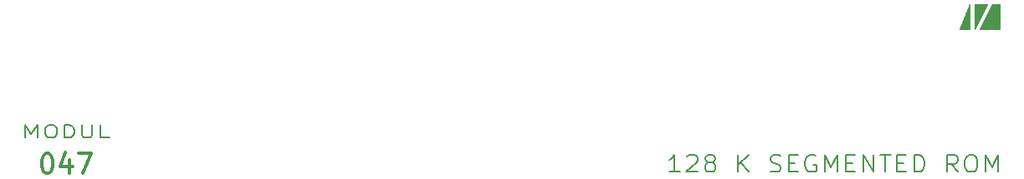
<source format=gbr>
%TF.GenerationSoftware,KiCad,Pcbnew,(5.1.8-0-10_14)*%
%TF.CreationDate,2020-12-08T20:03:48+01:00*%
%TF.ProjectId,Blende,426c656e-6465-42e6-9b69-6361645f7063,rev?*%
%TF.SameCoordinates,Original*%
%TF.FileFunction,Legend,Top*%
%TF.FilePolarity,Positive*%
%FSLAX46Y46*%
G04 Gerber Fmt 4.6, Leading zero omitted, Abs format (unit mm)*
G04 Created by KiCad (PCBNEW (5.1.8-0-10_14)) date 2020-12-08 20:03:48*
%MOMM*%
%LPD*%
G01*
G04 APERTURE LIST*
%ADD10C,0.200000*%
%ADD11C,0.100000*%
%ADD12C,0.300000*%
G04 APERTURE END LIST*
D10*
X129934857Y-70365047D02*
X128849142Y-70365047D01*
X129392000Y-70365047D02*
X129392000Y-68665047D01*
X129211047Y-68907904D01*
X129030095Y-69069809D01*
X128849142Y-69150761D01*
X130658666Y-68826952D02*
X130749142Y-68746000D01*
X130930095Y-68665047D01*
X131382476Y-68665047D01*
X131563428Y-68746000D01*
X131653904Y-68826952D01*
X131744380Y-68988857D01*
X131744380Y-69150761D01*
X131653904Y-69393619D01*
X130568190Y-70365047D01*
X131744380Y-70365047D01*
X132830095Y-69393619D02*
X132649142Y-69312666D01*
X132558666Y-69231714D01*
X132468190Y-69069809D01*
X132468190Y-68988857D01*
X132558666Y-68826952D01*
X132649142Y-68746000D01*
X132830095Y-68665047D01*
X133192000Y-68665047D01*
X133372952Y-68746000D01*
X133463428Y-68826952D01*
X133553904Y-68988857D01*
X133553904Y-69069809D01*
X133463428Y-69231714D01*
X133372952Y-69312666D01*
X133192000Y-69393619D01*
X132830095Y-69393619D01*
X132649142Y-69474571D01*
X132558666Y-69555523D01*
X132468190Y-69717428D01*
X132468190Y-70041238D01*
X132558666Y-70203142D01*
X132649142Y-70284095D01*
X132830095Y-70365047D01*
X133192000Y-70365047D01*
X133372952Y-70284095D01*
X133463428Y-70203142D01*
X133553904Y-70041238D01*
X133553904Y-69717428D01*
X133463428Y-69555523D01*
X133372952Y-69474571D01*
X133192000Y-69393619D01*
X135815809Y-70365047D02*
X135815809Y-68665047D01*
X136901523Y-70365047D02*
X136087238Y-69393619D01*
X136901523Y-68665047D02*
X135815809Y-69636476D01*
X139072952Y-70284095D02*
X139344380Y-70365047D01*
X139796761Y-70365047D01*
X139977714Y-70284095D01*
X140068190Y-70203142D01*
X140158666Y-70041238D01*
X140158666Y-69879333D01*
X140068190Y-69717428D01*
X139977714Y-69636476D01*
X139796761Y-69555523D01*
X139434857Y-69474571D01*
X139253904Y-69393619D01*
X139163428Y-69312666D01*
X139072952Y-69150761D01*
X139072952Y-68988857D01*
X139163428Y-68826952D01*
X139253904Y-68746000D01*
X139434857Y-68665047D01*
X139887238Y-68665047D01*
X140158666Y-68746000D01*
X140972952Y-69474571D02*
X141606285Y-69474571D01*
X141877714Y-70365047D02*
X140972952Y-70365047D01*
X140972952Y-68665047D01*
X141877714Y-68665047D01*
X143687238Y-68746000D02*
X143506285Y-68665047D01*
X143234857Y-68665047D01*
X142963428Y-68746000D01*
X142782476Y-68907904D01*
X142692000Y-69069809D01*
X142601523Y-69393619D01*
X142601523Y-69636476D01*
X142692000Y-69960285D01*
X142782476Y-70122190D01*
X142963428Y-70284095D01*
X143234857Y-70365047D01*
X143415809Y-70365047D01*
X143687238Y-70284095D01*
X143777714Y-70203142D01*
X143777714Y-69636476D01*
X143415809Y-69636476D01*
X144592000Y-70365047D02*
X144592000Y-68665047D01*
X145225333Y-69879333D01*
X145858666Y-68665047D01*
X145858666Y-70365047D01*
X146763428Y-69474571D02*
X147396761Y-69474571D01*
X147668190Y-70365047D02*
X146763428Y-70365047D01*
X146763428Y-68665047D01*
X147668190Y-68665047D01*
X148482476Y-70365047D02*
X148482476Y-68665047D01*
X149568190Y-70365047D01*
X149568190Y-68665047D01*
X150201523Y-68665047D02*
X151287238Y-68665047D01*
X150744380Y-70365047D02*
X150744380Y-68665047D01*
X151920571Y-69474571D02*
X152553904Y-69474571D01*
X152825333Y-70365047D02*
X151920571Y-70365047D01*
X151920571Y-68665047D01*
X152825333Y-68665047D01*
X153639619Y-70365047D02*
X153639619Y-68665047D01*
X154092000Y-68665047D01*
X154363428Y-68746000D01*
X154544380Y-68907904D01*
X154634857Y-69069809D01*
X154725333Y-69393619D01*
X154725333Y-69636476D01*
X154634857Y-69960285D01*
X154544380Y-70122190D01*
X154363428Y-70284095D01*
X154092000Y-70365047D01*
X153639619Y-70365047D01*
X158072952Y-70365047D02*
X157439619Y-69555523D01*
X156987238Y-70365047D02*
X156987238Y-68665047D01*
X157711047Y-68665047D01*
X157892000Y-68746000D01*
X157982476Y-68826952D01*
X158072952Y-68988857D01*
X158072952Y-69231714D01*
X157982476Y-69393619D01*
X157892000Y-69474571D01*
X157711047Y-69555523D01*
X156987238Y-69555523D01*
X159249142Y-68665047D02*
X159611047Y-68665047D01*
X159792000Y-68746000D01*
X159972952Y-68907904D01*
X160063428Y-69231714D01*
X160063428Y-69798380D01*
X159972952Y-70122190D01*
X159792000Y-70284095D01*
X159611047Y-70365047D01*
X159249142Y-70365047D01*
X159068190Y-70284095D01*
X158887238Y-70122190D01*
X158796761Y-69798380D01*
X158796761Y-69231714D01*
X158887238Y-68907904D01*
X159068190Y-68746000D01*
X159249142Y-68665047D01*
X160877714Y-70365047D02*
X160877714Y-68665047D01*
X161511047Y-69879333D01*
X162144380Y-68665047D01*
X162144380Y-70365047D01*
D11*
G36*
X162306000Y-55880000D02*
G01*
X160274000Y-55880000D01*
X161544000Y-53340000D01*
X162306000Y-53340000D01*
X162306000Y-55880000D01*
G37*
X162306000Y-55880000D02*
X160274000Y-55880000D01*
X161544000Y-53340000D01*
X162306000Y-53340000D01*
X162306000Y-55880000D01*
G36*
X159766000Y-55880000D02*
G01*
X159766000Y-53340000D01*
X161036000Y-53340000D01*
X159766000Y-55880000D01*
G37*
X159766000Y-55880000D02*
X159766000Y-53340000D01*
X161036000Y-53340000D01*
X159766000Y-55880000D01*
G36*
X159258000Y-55880000D02*
G01*
X158242000Y-55880000D01*
X159258000Y-53340000D01*
X159258000Y-55880000D01*
G37*
X159258000Y-55880000D02*
X158242000Y-55880000D01*
X159258000Y-53340000D01*
X159258000Y-55880000D01*
D12*
X65818000Y-68500761D02*
X66008476Y-68500761D01*
X66198952Y-68596000D01*
X66294190Y-68691238D01*
X66389428Y-68881714D01*
X66484666Y-69262666D01*
X66484666Y-69738857D01*
X66389428Y-70119809D01*
X66294190Y-70310285D01*
X66198952Y-70405523D01*
X66008476Y-70500761D01*
X65818000Y-70500761D01*
X65627523Y-70405523D01*
X65532285Y-70310285D01*
X65437047Y-70119809D01*
X65341809Y-69738857D01*
X65341809Y-69262666D01*
X65437047Y-68881714D01*
X65532285Y-68691238D01*
X65627523Y-68596000D01*
X65818000Y-68500761D01*
X68198952Y-69167428D02*
X68198952Y-70500761D01*
X67722761Y-68405523D02*
X67246571Y-69834095D01*
X68484666Y-69834095D01*
X69056095Y-68500761D02*
X70389428Y-68500761D01*
X69532285Y-70500761D01*
D10*
X63703714Y-66882095D02*
X63703714Y-65582095D01*
X64303714Y-66510666D01*
X64903714Y-65582095D01*
X64903714Y-66882095D01*
X66103714Y-65582095D02*
X66446571Y-65582095D01*
X66618000Y-65644000D01*
X66789428Y-65767809D01*
X66875142Y-66015428D01*
X66875142Y-66448761D01*
X66789428Y-66696380D01*
X66618000Y-66820190D01*
X66446571Y-66882095D01*
X66103714Y-66882095D01*
X65932285Y-66820190D01*
X65760857Y-66696380D01*
X65675142Y-66448761D01*
X65675142Y-66015428D01*
X65760857Y-65767809D01*
X65932285Y-65644000D01*
X66103714Y-65582095D01*
X67646571Y-66882095D02*
X67646571Y-65582095D01*
X68075142Y-65582095D01*
X68332285Y-65644000D01*
X68503714Y-65767809D01*
X68589428Y-65891619D01*
X68675142Y-66139238D01*
X68675142Y-66324952D01*
X68589428Y-66572571D01*
X68503714Y-66696380D01*
X68332285Y-66820190D01*
X68075142Y-66882095D01*
X67646571Y-66882095D01*
X69446571Y-65582095D02*
X69446571Y-66634476D01*
X69532285Y-66758285D01*
X69618000Y-66820190D01*
X69789428Y-66882095D01*
X70132285Y-66882095D01*
X70303714Y-66820190D01*
X70389428Y-66758285D01*
X70475142Y-66634476D01*
X70475142Y-65582095D01*
X72189428Y-66882095D02*
X71332285Y-66882095D01*
X71332285Y-65582095D01*
M02*

</source>
